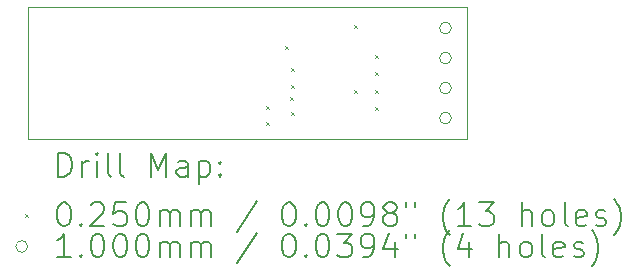
<source format=gbr>
%TF.GenerationSoftware,KiCad,Pcbnew,7.0.5*%
%TF.CreationDate,2023-11-23T16:42:47+08:00*%
%TF.ProjectId,0.87OLED_DevBoard,302e3837-4f4c-4454-945f-446576426f61,rev?*%
%TF.SameCoordinates,Original*%
%TF.FileFunction,Drillmap*%
%TF.FilePolarity,Positive*%
%FSLAX45Y45*%
G04 Gerber Fmt 4.5, Leading zero omitted, Abs format (unit mm)*
G04 Created by KiCad (PCBNEW 7.0.5) date 2023-11-23 16:42:47*
%MOMM*%
%LPD*%
G01*
G04 APERTURE LIST*
%ADD10C,0.100000*%
%ADD11C,0.200000*%
%ADD12C,0.025000*%
G04 APERTURE END LIST*
D10*
X6474000Y-5368000D02*
X10187000Y-5368000D01*
X10187000Y-6486000D01*
X6474000Y-6486000D01*
X6474000Y-5368000D01*
D11*
D12*
X8488500Y-6205500D02*
X8513500Y-6230500D01*
X8513500Y-6205500D02*
X8488500Y-6230500D01*
X8490500Y-6342500D02*
X8515500Y-6367500D01*
X8515500Y-6342500D02*
X8490500Y-6367500D01*
X8652500Y-5696500D02*
X8677500Y-5721500D01*
X8677500Y-5696500D02*
X8652500Y-5721500D01*
X8694500Y-6130500D02*
X8719500Y-6155500D01*
X8719500Y-6130500D02*
X8694500Y-6155500D01*
X8696500Y-6024500D02*
X8721500Y-6049500D01*
X8721500Y-6024500D02*
X8696500Y-6049500D01*
X8696500Y-6257500D02*
X8721500Y-6282500D01*
X8721500Y-6257500D02*
X8696500Y-6282500D01*
X8702500Y-5884500D02*
X8727500Y-5909500D01*
X8727500Y-5884500D02*
X8702500Y-5909500D01*
X9232500Y-6073500D02*
X9257500Y-6098500D01*
X9257500Y-6073500D02*
X9232500Y-6098500D01*
X9233500Y-5518500D02*
X9258500Y-5543500D01*
X9258500Y-5518500D02*
X9233500Y-5543500D01*
X9407500Y-5774500D02*
X9432500Y-5799500D01*
X9432500Y-5774500D02*
X9407500Y-5799500D01*
X9407500Y-6067500D02*
X9432500Y-6092500D01*
X9432500Y-6067500D02*
X9407500Y-6092500D01*
X9408500Y-5920500D02*
X9433500Y-5945500D01*
X9433500Y-5920500D02*
X9408500Y-5945500D01*
X9414500Y-6214500D02*
X9439500Y-6239500D01*
X9439500Y-6214500D02*
X9414500Y-6239500D01*
D10*
X10057000Y-5545800D02*
G75*
G03*
X10057000Y-5545800I-50000J0D01*
G01*
X10057000Y-5799800D02*
G75*
G03*
X10057000Y-5799800I-50000J0D01*
G01*
X10057000Y-6053800D02*
G75*
G03*
X10057000Y-6053800I-50000J0D01*
G01*
X10057000Y-6307800D02*
G75*
G03*
X10057000Y-6307800I-50000J0D01*
G01*
D11*
X6729777Y-6802484D02*
X6729777Y-6602484D01*
X6729777Y-6602484D02*
X6777396Y-6602484D01*
X6777396Y-6602484D02*
X6805967Y-6612008D01*
X6805967Y-6612008D02*
X6825015Y-6631055D01*
X6825015Y-6631055D02*
X6834539Y-6650103D01*
X6834539Y-6650103D02*
X6844062Y-6688198D01*
X6844062Y-6688198D02*
X6844062Y-6716769D01*
X6844062Y-6716769D02*
X6834539Y-6754865D01*
X6834539Y-6754865D02*
X6825015Y-6773912D01*
X6825015Y-6773912D02*
X6805967Y-6792960D01*
X6805967Y-6792960D02*
X6777396Y-6802484D01*
X6777396Y-6802484D02*
X6729777Y-6802484D01*
X6929777Y-6802484D02*
X6929777Y-6669150D01*
X6929777Y-6707246D02*
X6939301Y-6688198D01*
X6939301Y-6688198D02*
X6948824Y-6678674D01*
X6948824Y-6678674D02*
X6967872Y-6669150D01*
X6967872Y-6669150D02*
X6986920Y-6669150D01*
X7053586Y-6802484D02*
X7053586Y-6669150D01*
X7053586Y-6602484D02*
X7044062Y-6612008D01*
X7044062Y-6612008D02*
X7053586Y-6621531D01*
X7053586Y-6621531D02*
X7063110Y-6612008D01*
X7063110Y-6612008D02*
X7053586Y-6602484D01*
X7053586Y-6602484D02*
X7053586Y-6621531D01*
X7177396Y-6802484D02*
X7158348Y-6792960D01*
X7158348Y-6792960D02*
X7148824Y-6773912D01*
X7148824Y-6773912D02*
X7148824Y-6602484D01*
X7282158Y-6802484D02*
X7263110Y-6792960D01*
X7263110Y-6792960D02*
X7253586Y-6773912D01*
X7253586Y-6773912D02*
X7253586Y-6602484D01*
X7510729Y-6802484D02*
X7510729Y-6602484D01*
X7510729Y-6602484D02*
X7577396Y-6745341D01*
X7577396Y-6745341D02*
X7644062Y-6602484D01*
X7644062Y-6602484D02*
X7644062Y-6802484D01*
X7825015Y-6802484D02*
X7825015Y-6697722D01*
X7825015Y-6697722D02*
X7815491Y-6678674D01*
X7815491Y-6678674D02*
X7796443Y-6669150D01*
X7796443Y-6669150D02*
X7758348Y-6669150D01*
X7758348Y-6669150D02*
X7739301Y-6678674D01*
X7825015Y-6792960D02*
X7805967Y-6802484D01*
X7805967Y-6802484D02*
X7758348Y-6802484D01*
X7758348Y-6802484D02*
X7739301Y-6792960D01*
X7739301Y-6792960D02*
X7729777Y-6773912D01*
X7729777Y-6773912D02*
X7729777Y-6754865D01*
X7729777Y-6754865D02*
X7739301Y-6735817D01*
X7739301Y-6735817D02*
X7758348Y-6726293D01*
X7758348Y-6726293D02*
X7805967Y-6726293D01*
X7805967Y-6726293D02*
X7825015Y-6716769D01*
X7920253Y-6669150D02*
X7920253Y-6869150D01*
X7920253Y-6678674D02*
X7939301Y-6669150D01*
X7939301Y-6669150D02*
X7977396Y-6669150D01*
X7977396Y-6669150D02*
X7996443Y-6678674D01*
X7996443Y-6678674D02*
X8005967Y-6688198D01*
X8005967Y-6688198D02*
X8015491Y-6707246D01*
X8015491Y-6707246D02*
X8015491Y-6764388D01*
X8015491Y-6764388D02*
X8005967Y-6783436D01*
X8005967Y-6783436D02*
X7996443Y-6792960D01*
X7996443Y-6792960D02*
X7977396Y-6802484D01*
X7977396Y-6802484D02*
X7939301Y-6802484D01*
X7939301Y-6802484D02*
X7920253Y-6792960D01*
X8101205Y-6783436D02*
X8110729Y-6792960D01*
X8110729Y-6792960D02*
X8101205Y-6802484D01*
X8101205Y-6802484D02*
X8091682Y-6792960D01*
X8091682Y-6792960D02*
X8101205Y-6783436D01*
X8101205Y-6783436D02*
X8101205Y-6802484D01*
X8101205Y-6678674D02*
X8110729Y-6688198D01*
X8110729Y-6688198D02*
X8101205Y-6697722D01*
X8101205Y-6697722D02*
X8091682Y-6688198D01*
X8091682Y-6688198D02*
X8101205Y-6678674D01*
X8101205Y-6678674D02*
X8101205Y-6697722D01*
D12*
X6444000Y-7118500D02*
X6469000Y-7143500D01*
X6469000Y-7118500D02*
X6444000Y-7143500D01*
D11*
X6767872Y-7022484D02*
X6786920Y-7022484D01*
X6786920Y-7022484D02*
X6805967Y-7032008D01*
X6805967Y-7032008D02*
X6815491Y-7041531D01*
X6815491Y-7041531D02*
X6825015Y-7060579D01*
X6825015Y-7060579D02*
X6834539Y-7098674D01*
X6834539Y-7098674D02*
X6834539Y-7146293D01*
X6834539Y-7146293D02*
X6825015Y-7184388D01*
X6825015Y-7184388D02*
X6815491Y-7203436D01*
X6815491Y-7203436D02*
X6805967Y-7212960D01*
X6805967Y-7212960D02*
X6786920Y-7222484D01*
X6786920Y-7222484D02*
X6767872Y-7222484D01*
X6767872Y-7222484D02*
X6748824Y-7212960D01*
X6748824Y-7212960D02*
X6739301Y-7203436D01*
X6739301Y-7203436D02*
X6729777Y-7184388D01*
X6729777Y-7184388D02*
X6720253Y-7146293D01*
X6720253Y-7146293D02*
X6720253Y-7098674D01*
X6720253Y-7098674D02*
X6729777Y-7060579D01*
X6729777Y-7060579D02*
X6739301Y-7041531D01*
X6739301Y-7041531D02*
X6748824Y-7032008D01*
X6748824Y-7032008D02*
X6767872Y-7022484D01*
X6920253Y-7203436D02*
X6929777Y-7212960D01*
X6929777Y-7212960D02*
X6920253Y-7222484D01*
X6920253Y-7222484D02*
X6910729Y-7212960D01*
X6910729Y-7212960D02*
X6920253Y-7203436D01*
X6920253Y-7203436D02*
X6920253Y-7222484D01*
X7005967Y-7041531D02*
X7015491Y-7032008D01*
X7015491Y-7032008D02*
X7034539Y-7022484D01*
X7034539Y-7022484D02*
X7082158Y-7022484D01*
X7082158Y-7022484D02*
X7101205Y-7032008D01*
X7101205Y-7032008D02*
X7110729Y-7041531D01*
X7110729Y-7041531D02*
X7120253Y-7060579D01*
X7120253Y-7060579D02*
X7120253Y-7079627D01*
X7120253Y-7079627D02*
X7110729Y-7108198D01*
X7110729Y-7108198D02*
X6996443Y-7222484D01*
X6996443Y-7222484D02*
X7120253Y-7222484D01*
X7301205Y-7022484D02*
X7205967Y-7022484D01*
X7205967Y-7022484D02*
X7196443Y-7117722D01*
X7196443Y-7117722D02*
X7205967Y-7108198D01*
X7205967Y-7108198D02*
X7225015Y-7098674D01*
X7225015Y-7098674D02*
X7272634Y-7098674D01*
X7272634Y-7098674D02*
X7291682Y-7108198D01*
X7291682Y-7108198D02*
X7301205Y-7117722D01*
X7301205Y-7117722D02*
X7310729Y-7136769D01*
X7310729Y-7136769D02*
X7310729Y-7184388D01*
X7310729Y-7184388D02*
X7301205Y-7203436D01*
X7301205Y-7203436D02*
X7291682Y-7212960D01*
X7291682Y-7212960D02*
X7272634Y-7222484D01*
X7272634Y-7222484D02*
X7225015Y-7222484D01*
X7225015Y-7222484D02*
X7205967Y-7212960D01*
X7205967Y-7212960D02*
X7196443Y-7203436D01*
X7434539Y-7022484D02*
X7453586Y-7022484D01*
X7453586Y-7022484D02*
X7472634Y-7032008D01*
X7472634Y-7032008D02*
X7482158Y-7041531D01*
X7482158Y-7041531D02*
X7491682Y-7060579D01*
X7491682Y-7060579D02*
X7501205Y-7098674D01*
X7501205Y-7098674D02*
X7501205Y-7146293D01*
X7501205Y-7146293D02*
X7491682Y-7184388D01*
X7491682Y-7184388D02*
X7482158Y-7203436D01*
X7482158Y-7203436D02*
X7472634Y-7212960D01*
X7472634Y-7212960D02*
X7453586Y-7222484D01*
X7453586Y-7222484D02*
X7434539Y-7222484D01*
X7434539Y-7222484D02*
X7415491Y-7212960D01*
X7415491Y-7212960D02*
X7405967Y-7203436D01*
X7405967Y-7203436D02*
X7396443Y-7184388D01*
X7396443Y-7184388D02*
X7386920Y-7146293D01*
X7386920Y-7146293D02*
X7386920Y-7098674D01*
X7386920Y-7098674D02*
X7396443Y-7060579D01*
X7396443Y-7060579D02*
X7405967Y-7041531D01*
X7405967Y-7041531D02*
X7415491Y-7032008D01*
X7415491Y-7032008D02*
X7434539Y-7022484D01*
X7586920Y-7222484D02*
X7586920Y-7089150D01*
X7586920Y-7108198D02*
X7596443Y-7098674D01*
X7596443Y-7098674D02*
X7615491Y-7089150D01*
X7615491Y-7089150D02*
X7644063Y-7089150D01*
X7644063Y-7089150D02*
X7663110Y-7098674D01*
X7663110Y-7098674D02*
X7672634Y-7117722D01*
X7672634Y-7117722D02*
X7672634Y-7222484D01*
X7672634Y-7117722D02*
X7682158Y-7098674D01*
X7682158Y-7098674D02*
X7701205Y-7089150D01*
X7701205Y-7089150D02*
X7729777Y-7089150D01*
X7729777Y-7089150D02*
X7748824Y-7098674D01*
X7748824Y-7098674D02*
X7758348Y-7117722D01*
X7758348Y-7117722D02*
X7758348Y-7222484D01*
X7853586Y-7222484D02*
X7853586Y-7089150D01*
X7853586Y-7108198D02*
X7863110Y-7098674D01*
X7863110Y-7098674D02*
X7882158Y-7089150D01*
X7882158Y-7089150D02*
X7910729Y-7089150D01*
X7910729Y-7089150D02*
X7929777Y-7098674D01*
X7929777Y-7098674D02*
X7939301Y-7117722D01*
X7939301Y-7117722D02*
X7939301Y-7222484D01*
X7939301Y-7117722D02*
X7948824Y-7098674D01*
X7948824Y-7098674D02*
X7967872Y-7089150D01*
X7967872Y-7089150D02*
X7996443Y-7089150D01*
X7996443Y-7089150D02*
X8015491Y-7098674D01*
X8015491Y-7098674D02*
X8025015Y-7117722D01*
X8025015Y-7117722D02*
X8025015Y-7222484D01*
X8415491Y-7012960D02*
X8244063Y-7270103D01*
X8672634Y-7022484D02*
X8691682Y-7022484D01*
X8691682Y-7022484D02*
X8710729Y-7032008D01*
X8710729Y-7032008D02*
X8720253Y-7041531D01*
X8720253Y-7041531D02*
X8729777Y-7060579D01*
X8729777Y-7060579D02*
X8739301Y-7098674D01*
X8739301Y-7098674D02*
X8739301Y-7146293D01*
X8739301Y-7146293D02*
X8729777Y-7184388D01*
X8729777Y-7184388D02*
X8720253Y-7203436D01*
X8720253Y-7203436D02*
X8710729Y-7212960D01*
X8710729Y-7212960D02*
X8691682Y-7222484D01*
X8691682Y-7222484D02*
X8672634Y-7222484D01*
X8672634Y-7222484D02*
X8653587Y-7212960D01*
X8653587Y-7212960D02*
X8644063Y-7203436D01*
X8644063Y-7203436D02*
X8634539Y-7184388D01*
X8634539Y-7184388D02*
X8625015Y-7146293D01*
X8625015Y-7146293D02*
X8625015Y-7098674D01*
X8625015Y-7098674D02*
X8634539Y-7060579D01*
X8634539Y-7060579D02*
X8644063Y-7041531D01*
X8644063Y-7041531D02*
X8653587Y-7032008D01*
X8653587Y-7032008D02*
X8672634Y-7022484D01*
X8825015Y-7203436D02*
X8834539Y-7212960D01*
X8834539Y-7212960D02*
X8825015Y-7222484D01*
X8825015Y-7222484D02*
X8815491Y-7212960D01*
X8815491Y-7212960D02*
X8825015Y-7203436D01*
X8825015Y-7203436D02*
X8825015Y-7222484D01*
X8958348Y-7022484D02*
X8977396Y-7022484D01*
X8977396Y-7022484D02*
X8996444Y-7032008D01*
X8996444Y-7032008D02*
X9005968Y-7041531D01*
X9005968Y-7041531D02*
X9015491Y-7060579D01*
X9015491Y-7060579D02*
X9025015Y-7098674D01*
X9025015Y-7098674D02*
X9025015Y-7146293D01*
X9025015Y-7146293D02*
X9015491Y-7184388D01*
X9015491Y-7184388D02*
X9005968Y-7203436D01*
X9005968Y-7203436D02*
X8996444Y-7212960D01*
X8996444Y-7212960D02*
X8977396Y-7222484D01*
X8977396Y-7222484D02*
X8958348Y-7222484D01*
X8958348Y-7222484D02*
X8939301Y-7212960D01*
X8939301Y-7212960D02*
X8929777Y-7203436D01*
X8929777Y-7203436D02*
X8920253Y-7184388D01*
X8920253Y-7184388D02*
X8910729Y-7146293D01*
X8910729Y-7146293D02*
X8910729Y-7098674D01*
X8910729Y-7098674D02*
X8920253Y-7060579D01*
X8920253Y-7060579D02*
X8929777Y-7041531D01*
X8929777Y-7041531D02*
X8939301Y-7032008D01*
X8939301Y-7032008D02*
X8958348Y-7022484D01*
X9148825Y-7022484D02*
X9167872Y-7022484D01*
X9167872Y-7022484D02*
X9186920Y-7032008D01*
X9186920Y-7032008D02*
X9196444Y-7041531D01*
X9196444Y-7041531D02*
X9205968Y-7060579D01*
X9205968Y-7060579D02*
X9215491Y-7098674D01*
X9215491Y-7098674D02*
X9215491Y-7146293D01*
X9215491Y-7146293D02*
X9205968Y-7184388D01*
X9205968Y-7184388D02*
X9196444Y-7203436D01*
X9196444Y-7203436D02*
X9186920Y-7212960D01*
X9186920Y-7212960D02*
X9167872Y-7222484D01*
X9167872Y-7222484D02*
X9148825Y-7222484D01*
X9148825Y-7222484D02*
X9129777Y-7212960D01*
X9129777Y-7212960D02*
X9120253Y-7203436D01*
X9120253Y-7203436D02*
X9110729Y-7184388D01*
X9110729Y-7184388D02*
X9101206Y-7146293D01*
X9101206Y-7146293D02*
X9101206Y-7098674D01*
X9101206Y-7098674D02*
X9110729Y-7060579D01*
X9110729Y-7060579D02*
X9120253Y-7041531D01*
X9120253Y-7041531D02*
X9129777Y-7032008D01*
X9129777Y-7032008D02*
X9148825Y-7022484D01*
X9310729Y-7222484D02*
X9348825Y-7222484D01*
X9348825Y-7222484D02*
X9367872Y-7212960D01*
X9367872Y-7212960D02*
X9377396Y-7203436D01*
X9377396Y-7203436D02*
X9396444Y-7174865D01*
X9396444Y-7174865D02*
X9405968Y-7136769D01*
X9405968Y-7136769D02*
X9405968Y-7060579D01*
X9405968Y-7060579D02*
X9396444Y-7041531D01*
X9396444Y-7041531D02*
X9386920Y-7032008D01*
X9386920Y-7032008D02*
X9367872Y-7022484D01*
X9367872Y-7022484D02*
X9329777Y-7022484D01*
X9329777Y-7022484D02*
X9310729Y-7032008D01*
X9310729Y-7032008D02*
X9301206Y-7041531D01*
X9301206Y-7041531D02*
X9291682Y-7060579D01*
X9291682Y-7060579D02*
X9291682Y-7108198D01*
X9291682Y-7108198D02*
X9301206Y-7127246D01*
X9301206Y-7127246D02*
X9310729Y-7136769D01*
X9310729Y-7136769D02*
X9329777Y-7146293D01*
X9329777Y-7146293D02*
X9367872Y-7146293D01*
X9367872Y-7146293D02*
X9386920Y-7136769D01*
X9386920Y-7136769D02*
X9396444Y-7127246D01*
X9396444Y-7127246D02*
X9405968Y-7108198D01*
X9520253Y-7108198D02*
X9501206Y-7098674D01*
X9501206Y-7098674D02*
X9491682Y-7089150D01*
X9491682Y-7089150D02*
X9482158Y-7070103D01*
X9482158Y-7070103D02*
X9482158Y-7060579D01*
X9482158Y-7060579D02*
X9491682Y-7041531D01*
X9491682Y-7041531D02*
X9501206Y-7032008D01*
X9501206Y-7032008D02*
X9520253Y-7022484D01*
X9520253Y-7022484D02*
X9558349Y-7022484D01*
X9558349Y-7022484D02*
X9577396Y-7032008D01*
X9577396Y-7032008D02*
X9586920Y-7041531D01*
X9586920Y-7041531D02*
X9596444Y-7060579D01*
X9596444Y-7060579D02*
X9596444Y-7070103D01*
X9596444Y-7070103D02*
X9586920Y-7089150D01*
X9586920Y-7089150D02*
X9577396Y-7098674D01*
X9577396Y-7098674D02*
X9558349Y-7108198D01*
X9558349Y-7108198D02*
X9520253Y-7108198D01*
X9520253Y-7108198D02*
X9501206Y-7117722D01*
X9501206Y-7117722D02*
X9491682Y-7127246D01*
X9491682Y-7127246D02*
X9482158Y-7146293D01*
X9482158Y-7146293D02*
X9482158Y-7184388D01*
X9482158Y-7184388D02*
X9491682Y-7203436D01*
X9491682Y-7203436D02*
X9501206Y-7212960D01*
X9501206Y-7212960D02*
X9520253Y-7222484D01*
X9520253Y-7222484D02*
X9558349Y-7222484D01*
X9558349Y-7222484D02*
X9577396Y-7212960D01*
X9577396Y-7212960D02*
X9586920Y-7203436D01*
X9586920Y-7203436D02*
X9596444Y-7184388D01*
X9596444Y-7184388D02*
X9596444Y-7146293D01*
X9596444Y-7146293D02*
X9586920Y-7127246D01*
X9586920Y-7127246D02*
X9577396Y-7117722D01*
X9577396Y-7117722D02*
X9558349Y-7108198D01*
X9672634Y-7022484D02*
X9672634Y-7060579D01*
X9748825Y-7022484D02*
X9748825Y-7060579D01*
X10044063Y-7298674D02*
X10034539Y-7289150D01*
X10034539Y-7289150D02*
X10015491Y-7260579D01*
X10015491Y-7260579D02*
X10005968Y-7241531D01*
X10005968Y-7241531D02*
X9996444Y-7212960D01*
X9996444Y-7212960D02*
X9986920Y-7165341D01*
X9986920Y-7165341D02*
X9986920Y-7127246D01*
X9986920Y-7127246D02*
X9996444Y-7079627D01*
X9996444Y-7079627D02*
X10005968Y-7051055D01*
X10005968Y-7051055D02*
X10015491Y-7032008D01*
X10015491Y-7032008D02*
X10034539Y-7003436D01*
X10034539Y-7003436D02*
X10044063Y-6993912D01*
X10225015Y-7222484D02*
X10110730Y-7222484D01*
X10167872Y-7222484D02*
X10167872Y-7022484D01*
X10167872Y-7022484D02*
X10148825Y-7051055D01*
X10148825Y-7051055D02*
X10129777Y-7070103D01*
X10129777Y-7070103D02*
X10110730Y-7079627D01*
X10291682Y-7022484D02*
X10415491Y-7022484D01*
X10415491Y-7022484D02*
X10348825Y-7098674D01*
X10348825Y-7098674D02*
X10377396Y-7098674D01*
X10377396Y-7098674D02*
X10396444Y-7108198D01*
X10396444Y-7108198D02*
X10405968Y-7117722D01*
X10405968Y-7117722D02*
X10415491Y-7136769D01*
X10415491Y-7136769D02*
X10415491Y-7184388D01*
X10415491Y-7184388D02*
X10405968Y-7203436D01*
X10405968Y-7203436D02*
X10396444Y-7212960D01*
X10396444Y-7212960D02*
X10377396Y-7222484D01*
X10377396Y-7222484D02*
X10320253Y-7222484D01*
X10320253Y-7222484D02*
X10301206Y-7212960D01*
X10301206Y-7212960D02*
X10291682Y-7203436D01*
X10653587Y-7222484D02*
X10653587Y-7022484D01*
X10739301Y-7222484D02*
X10739301Y-7117722D01*
X10739301Y-7117722D02*
X10729777Y-7098674D01*
X10729777Y-7098674D02*
X10710730Y-7089150D01*
X10710730Y-7089150D02*
X10682158Y-7089150D01*
X10682158Y-7089150D02*
X10663111Y-7098674D01*
X10663111Y-7098674D02*
X10653587Y-7108198D01*
X10863111Y-7222484D02*
X10844063Y-7212960D01*
X10844063Y-7212960D02*
X10834539Y-7203436D01*
X10834539Y-7203436D02*
X10825015Y-7184388D01*
X10825015Y-7184388D02*
X10825015Y-7127246D01*
X10825015Y-7127246D02*
X10834539Y-7108198D01*
X10834539Y-7108198D02*
X10844063Y-7098674D01*
X10844063Y-7098674D02*
X10863111Y-7089150D01*
X10863111Y-7089150D02*
X10891682Y-7089150D01*
X10891682Y-7089150D02*
X10910730Y-7098674D01*
X10910730Y-7098674D02*
X10920253Y-7108198D01*
X10920253Y-7108198D02*
X10929777Y-7127246D01*
X10929777Y-7127246D02*
X10929777Y-7184388D01*
X10929777Y-7184388D02*
X10920253Y-7203436D01*
X10920253Y-7203436D02*
X10910730Y-7212960D01*
X10910730Y-7212960D02*
X10891682Y-7222484D01*
X10891682Y-7222484D02*
X10863111Y-7222484D01*
X11044063Y-7222484D02*
X11025015Y-7212960D01*
X11025015Y-7212960D02*
X11015492Y-7193912D01*
X11015492Y-7193912D02*
X11015492Y-7022484D01*
X11196444Y-7212960D02*
X11177396Y-7222484D01*
X11177396Y-7222484D02*
X11139301Y-7222484D01*
X11139301Y-7222484D02*
X11120253Y-7212960D01*
X11120253Y-7212960D02*
X11110730Y-7193912D01*
X11110730Y-7193912D02*
X11110730Y-7117722D01*
X11110730Y-7117722D02*
X11120253Y-7098674D01*
X11120253Y-7098674D02*
X11139301Y-7089150D01*
X11139301Y-7089150D02*
X11177396Y-7089150D01*
X11177396Y-7089150D02*
X11196444Y-7098674D01*
X11196444Y-7098674D02*
X11205968Y-7117722D01*
X11205968Y-7117722D02*
X11205968Y-7136769D01*
X11205968Y-7136769D02*
X11110730Y-7155817D01*
X11282158Y-7212960D02*
X11301206Y-7222484D01*
X11301206Y-7222484D02*
X11339301Y-7222484D01*
X11339301Y-7222484D02*
X11358349Y-7212960D01*
X11358349Y-7212960D02*
X11367872Y-7193912D01*
X11367872Y-7193912D02*
X11367872Y-7184388D01*
X11367872Y-7184388D02*
X11358349Y-7165341D01*
X11358349Y-7165341D02*
X11339301Y-7155817D01*
X11339301Y-7155817D02*
X11310730Y-7155817D01*
X11310730Y-7155817D02*
X11291682Y-7146293D01*
X11291682Y-7146293D02*
X11282158Y-7127246D01*
X11282158Y-7127246D02*
X11282158Y-7117722D01*
X11282158Y-7117722D02*
X11291682Y-7098674D01*
X11291682Y-7098674D02*
X11310730Y-7089150D01*
X11310730Y-7089150D02*
X11339301Y-7089150D01*
X11339301Y-7089150D02*
X11358349Y-7098674D01*
X11434539Y-7298674D02*
X11444063Y-7289150D01*
X11444063Y-7289150D02*
X11463111Y-7260579D01*
X11463111Y-7260579D02*
X11472634Y-7241531D01*
X11472634Y-7241531D02*
X11482158Y-7212960D01*
X11482158Y-7212960D02*
X11491682Y-7165341D01*
X11491682Y-7165341D02*
X11491682Y-7127246D01*
X11491682Y-7127246D02*
X11482158Y-7079627D01*
X11482158Y-7079627D02*
X11472634Y-7051055D01*
X11472634Y-7051055D02*
X11463111Y-7032008D01*
X11463111Y-7032008D02*
X11444063Y-7003436D01*
X11444063Y-7003436D02*
X11434539Y-6993912D01*
D10*
X6469000Y-7395000D02*
G75*
G03*
X6469000Y-7395000I-50000J0D01*
G01*
D11*
X6834539Y-7486484D02*
X6720253Y-7486484D01*
X6777396Y-7486484D02*
X6777396Y-7286484D01*
X6777396Y-7286484D02*
X6758348Y-7315055D01*
X6758348Y-7315055D02*
X6739301Y-7334103D01*
X6739301Y-7334103D02*
X6720253Y-7343627D01*
X6920253Y-7467436D02*
X6929777Y-7476960D01*
X6929777Y-7476960D02*
X6920253Y-7486484D01*
X6920253Y-7486484D02*
X6910729Y-7476960D01*
X6910729Y-7476960D02*
X6920253Y-7467436D01*
X6920253Y-7467436D02*
X6920253Y-7486484D01*
X7053586Y-7286484D02*
X7072634Y-7286484D01*
X7072634Y-7286484D02*
X7091682Y-7296008D01*
X7091682Y-7296008D02*
X7101205Y-7305531D01*
X7101205Y-7305531D02*
X7110729Y-7324579D01*
X7110729Y-7324579D02*
X7120253Y-7362674D01*
X7120253Y-7362674D02*
X7120253Y-7410293D01*
X7120253Y-7410293D02*
X7110729Y-7448388D01*
X7110729Y-7448388D02*
X7101205Y-7467436D01*
X7101205Y-7467436D02*
X7091682Y-7476960D01*
X7091682Y-7476960D02*
X7072634Y-7486484D01*
X7072634Y-7486484D02*
X7053586Y-7486484D01*
X7053586Y-7486484D02*
X7034539Y-7476960D01*
X7034539Y-7476960D02*
X7025015Y-7467436D01*
X7025015Y-7467436D02*
X7015491Y-7448388D01*
X7015491Y-7448388D02*
X7005967Y-7410293D01*
X7005967Y-7410293D02*
X7005967Y-7362674D01*
X7005967Y-7362674D02*
X7015491Y-7324579D01*
X7015491Y-7324579D02*
X7025015Y-7305531D01*
X7025015Y-7305531D02*
X7034539Y-7296008D01*
X7034539Y-7296008D02*
X7053586Y-7286484D01*
X7244062Y-7286484D02*
X7263110Y-7286484D01*
X7263110Y-7286484D02*
X7282158Y-7296008D01*
X7282158Y-7296008D02*
X7291682Y-7305531D01*
X7291682Y-7305531D02*
X7301205Y-7324579D01*
X7301205Y-7324579D02*
X7310729Y-7362674D01*
X7310729Y-7362674D02*
X7310729Y-7410293D01*
X7310729Y-7410293D02*
X7301205Y-7448388D01*
X7301205Y-7448388D02*
X7291682Y-7467436D01*
X7291682Y-7467436D02*
X7282158Y-7476960D01*
X7282158Y-7476960D02*
X7263110Y-7486484D01*
X7263110Y-7486484D02*
X7244062Y-7486484D01*
X7244062Y-7486484D02*
X7225015Y-7476960D01*
X7225015Y-7476960D02*
X7215491Y-7467436D01*
X7215491Y-7467436D02*
X7205967Y-7448388D01*
X7205967Y-7448388D02*
X7196443Y-7410293D01*
X7196443Y-7410293D02*
X7196443Y-7362674D01*
X7196443Y-7362674D02*
X7205967Y-7324579D01*
X7205967Y-7324579D02*
X7215491Y-7305531D01*
X7215491Y-7305531D02*
X7225015Y-7296008D01*
X7225015Y-7296008D02*
X7244062Y-7286484D01*
X7434539Y-7286484D02*
X7453586Y-7286484D01*
X7453586Y-7286484D02*
X7472634Y-7296008D01*
X7472634Y-7296008D02*
X7482158Y-7305531D01*
X7482158Y-7305531D02*
X7491682Y-7324579D01*
X7491682Y-7324579D02*
X7501205Y-7362674D01*
X7501205Y-7362674D02*
X7501205Y-7410293D01*
X7501205Y-7410293D02*
X7491682Y-7448388D01*
X7491682Y-7448388D02*
X7482158Y-7467436D01*
X7482158Y-7467436D02*
X7472634Y-7476960D01*
X7472634Y-7476960D02*
X7453586Y-7486484D01*
X7453586Y-7486484D02*
X7434539Y-7486484D01*
X7434539Y-7486484D02*
X7415491Y-7476960D01*
X7415491Y-7476960D02*
X7405967Y-7467436D01*
X7405967Y-7467436D02*
X7396443Y-7448388D01*
X7396443Y-7448388D02*
X7386920Y-7410293D01*
X7386920Y-7410293D02*
X7386920Y-7362674D01*
X7386920Y-7362674D02*
X7396443Y-7324579D01*
X7396443Y-7324579D02*
X7405967Y-7305531D01*
X7405967Y-7305531D02*
X7415491Y-7296008D01*
X7415491Y-7296008D02*
X7434539Y-7286484D01*
X7586920Y-7486484D02*
X7586920Y-7353150D01*
X7586920Y-7372198D02*
X7596443Y-7362674D01*
X7596443Y-7362674D02*
X7615491Y-7353150D01*
X7615491Y-7353150D02*
X7644063Y-7353150D01*
X7644063Y-7353150D02*
X7663110Y-7362674D01*
X7663110Y-7362674D02*
X7672634Y-7381722D01*
X7672634Y-7381722D02*
X7672634Y-7486484D01*
X7672634Y-7381722D02*
X7682158Y-7362674D01*
X7682158Y-7362674D02*
X7701205Y-7353150D01*
X7701205Y-7353150D02*
X7729777Y-7353150D01*
X7729777Y-7353150D02*
X7748824Y-7362674D01*
X7748824Y-7362674D02*
X7758348Y-7381722D01*
X7758348Y-7381722D02*
X7758348Y-7486484D01*
X7853586Y-7486484D02*
X7853586Y-7353150D01*
X7853586Y-7372198D02*
X7863110Y-7362674D01*
X7863110Y-7362674D02*
X7882158Y-7353150D01*
X7882158Y-7353150D02*
X7910729Y-7353150D01*
X7910729Y-7353150D02*
X7929777Y-7362674D01*
X7929777Y-7362674D02*
X7939301Y-7381722D01*
X7939301Y-7381722D02*
X7939301Y-7486484D01*
X7939301Y-7381722D02*
X7948824Y-7362674D01*
X7948824Y-7362674D02*
X7967872Y-7353150D01*
X7967872Y-7353150D02*
X7996443Y-7353150D01*
X7996443Y-7353150D02*
X8015491Y-7362674D01*
X8015491Y-7362674D02*
X8025015Y-7381722D01*
X8025015Y-7381722D02*
X8025015Y-7486484D01*
X8415491Y-7276960D02*
X8244063Y-7534103D01*
X8672634Y-7286484D02*
X8691682Y-7286484D01*
X8691682Y-7286484D02*
X8710729Y-7296008D01*
X8710729Y-7296008D02*
X8720253Y-7305531D01*
X8720253Y-7305531D02*
X8729777Y-7324579D01*
X8729777Y-7324579D02*
X8739301Y-7362674D01*
X8739301Y-7362674D02*
X8739301Y-7410293D01*
X8739301Y-7410293D02*
X8729777Y-7448388D01*
X8729777Y-7448388D02*
X8720253Y-7467436D01*
X8720253Y-7467436D02*
X8710729Y-7476960D01*
X8710729Y-7476960D02*
X8691682Y-7486484D01*
X8691682Y-7486484D02*
X8672634Y-7486484D01*
X8672634Y-7486484D02*
X8653587Y-7476960D01*
X8653587Y-7476960D02*
X8644063Y-7467436D01*
X8644063Y-7467436D02*
X8634539Y-7448388D01*
X8634539Y-7448388D02*
X8625015Y-7410293D01*
X8625015Y-7410293D02*
X8625015Y-7362674D01*
X8625015Y-7362674D02*
X8634539Y-7324579D01*
X8634539Y-7324579D02*
X8644063Y-7305531D01*
X8644063Y-7305531D02*
X8653587Y-7296008D01*
X8653587Y-7296008D02*
X8672634Y-7286484D01*
X8825015Y-7467436D02*
X8834539Y-7476960D01*
X8834539Y-7476960D02*
X8825015Y-7486484D01*
X8825015Y-7486484D02*
X8815491Y-7476960D01*
X8815491Y-7476960D02*
X8825015Y-7467436D01*
X8825015Y-7467436D02*
X8825015Y-7486484D01*
X8958348Y-7286484D02*
X8977396Y-7286484D01*
X8977396Y-7286484D02*
X8996444Y-7296008D01*
X8996444Y-7296008D02*
X9005968Y-7305531D01*
X9005968Y-7305531D02*
X9015491Y-7324579D01*
X9015491Y-7324579D02*
X9025015Y-7362674D01*
X9025015Y-7362674D02*
X9025015Y-7410293D01*
X9025015Y-7410293D02*
X9015491Y-7448388D01*
X9015491Y-7448388D02*
X9005968Y-7467436D01*
X9005968Y-7467436D02*
X8996444Y-7476960D01*
X8996444Y-7476960D02*
X8977396Y-7486484D01*
X8977396Y-7486484D02*
X8958348Y-7486484D01*
X8958348Y-7486484D02*
X8939301Y-7476960D01*
X8939301Y-7476960D02*
X8929777Y-7467436D01*
X8929777Y-7467436D02*
X8920253Y-7448388D01*
X8920253Y-7448388D02*
X8910729Y-7410293D01*
X8910729Y-7410293D02*
X8910729Y-7362674D01*
X8910729Y-7362674D02*
X8920253Y-7324579D01*
X8920253Y-7324579D02*
X8929777Y-7305531D01*
X8929777Y-7305531D02*
X8939301Y-7296008D01*
X8939301Y-7296008D02*
X8958348Y-7286484D01*
X9091682Y-7286484D02*
X9215491Y-7286484D01*
X9215491Y-7286484D02*
X9148825Y-7362674D01*
X9148825Y-7362674D02*
X9177396Y-7362674D01*
X9177396Y-7362674D02*
X9196444Y-7372198D01*
X9196444Y-7372198D02*
X9205968Y-7381722D01*
X9205968Y-7381722D02*
X9215491Y-7400769D01*
X9215491Y-7400769D02*
X9215491Y-7448388D01*
X9215491Y-7448388D02*
X9205968Y-7467436D01*
X9205968Y-7467436D02*
X9196444Y-7476960D01*
X9196444Y-7476960D02*
X9177396Y-7486484D01*
X9177396Y-7486484D02*
X9120253Y-7486484D01*
X9120253Y-7486484D02*
X9101206Y-7476960D01*
X9101206Y-7476960D02*
X9091682Y-7467436D01*
X9310729Y-7486484D02*
X9348825Y-7486484D01*
X9348825Y-7486484D02*
X9367872Y-7476960D01*
X9367872Y-7476960D02*
X9377396Y-7467436D01*
X9377396Y-7467436D02*
X9396444Y-7438865D01*
X9396444Y-7438865D02*
X9405968Y-7400769D01*
X9405968Y-7400769D02*
X9405968Y-7324579D01*
X9405968Y-7324579D02*
X9396444Y-7305531D01*
X9396444Y-7305531D02*
X9386920Y-7296008D01*
X9386920Y-7296008D02*
X9367872Y-7286484D01*
X9367872Y-7286484D02*
X9329777Y-7286484D01*
X9329777Y-7286484D02*
X9310729Y-7296008D01*
X9310729Y-7296008D02*
X9301206Y-7305531D01*
X9301206Y-7305531D02*
X9291682Y-7324579D01*
X9291682Y-7324579D02*
X9291682Y-7372198D01*
X9291682Y-7372198D02*
X9301206Y-7391246D01*
X9301206Y-7391246D02*
X9310729Y-7400769D01*
X9310729Y-7400769D02*
X9329777Y-7410293D01*
X9329777Y-7410293D02*
X9367872Y-7410293D01*
X9367872Y-7410293D02*
X9386920Y-7400769D01*
X9386920Y-7400769D02*
X9396444Y-7391246D01*
X9396444Y-7391246D02*
X9405968Y-7372198D01*
X9577396Y-7353150D02*
X9577396Y-7486484D01*
X9529777Y-7276960D02*
X9482158Y-7419817D01*
X9482158Y-7419817D02*
X9605968Y-7419817D01*
X9672634Y-7286484D02*
X9672634Y-7324579D01*
X9748825Y-7286484D02*
X9748825Y-7324579D01*
X10044063Y-7562674D02*
X10034539Y-7553150D01*
X10034539Y-7553150D02*
X10015491Y-7524579D01*
X10015491Y-7524579D02*
X10005968Y-7505531D01*
X10005968Y-7505531D02*
X9996444Y-7476960D01*
X9996444Y-7476960D02*
X9986920Y-7429341D01*
X9986920Y-7429341D02*
X9986920Y-7391246D01*
X9986920Y-7391246D02*
X9996444Y-7343627D01*
X9996444Y-7343627D02*
X10005968Y-7315055D01*
X10005968Y-7315055D02*
X10015491Y-7296008D01*
X10015491Y-7296008D02*
X10034539Y-7267436D01*
X10034539Y-7267436D02*
X10044063Y-7257912D01*
X10205968Y-7353150D02*
X10205968Y-7486484D01*
X10158349Y-7276960D02*
X10110730Y-7419817D01*
X10110730Y-7419817D02*
X10234539Y-7419817D01*
X10463111Y-7486484D02*
X10463111Y-7286484D01*
X10548825Y-7486484D02*
X10548825Y-7381722D01*
X10548825Y-7381722D02*
X10539301Y-7362674D01*
X10539301Y-7362674D02*
X10520253Y-7353150D01*
X10520253Y-7353150D02*
X10491682Y-7353150D01*
X10491682Y-7353150D02*
X10472634Y-7362674D01*
X10472634Y-7362674D02*
X10463111Y-7372198D01*
X10672634Y-7486484D02*
X10653587Y-7476960D01*
X10653587Y-7476960D02*
X10644063Y-7467436D01*
X10644063Y-7467436D02*
X10634539Y-7448388D01*
X10634539Y-7448388D02*
X10634539Y-7391246D01*
X10634539Y-7391246D02*
X10644063Y-7372198D01*
X10644063Y-7372198D02*
X10653587Y-7362674D01*
X10653587Y-7362674D02*
X10672634Y-7353150D01*
X10672634Y-7353150D02*
X10701206Y-7353150D01*
X10701206Y-7353150D02*
X10720253Y-7362674D01*
X10720253Y-7362674D02*
X10729777Y-7372198D01*
X10729777Y-7372198D02*
X10739301Y-7391246D01*
X10739301Y-7391246D02*
X10739301Y-7448388D01*
X10739301Y-7448388D02*
X10729777Y-7467436D01*
X10729777Y-7467436D02*
X10720253Y-7476960D01*
X10720253Y-7476960D02*
X10701206Y-7486484D01*
X10701206Y-7486484D02*
X10672634Y-7486484D01*
X10853587Y-7486484D02*
X10834539Y-7476960D01*
X10834539Y-7476960D02*
X10825015Y-7457912D01*
X10825015Y-7457912D02*
X10825015Y-7286484D01*
X11005968Y-7476960D02*
X10986920Y-7486484D01*
X10986920Y-7486484D02*
X10948825Y-7486484D01*
X10948825Y-7486484D02*
X10929777Y-7476960D01*
X10929777Y-7476960D02*
X10920253Y-7457912D01*
X10920253Y-7457912D02*
X10920253Y-7381722D01*
X10920253Y-7381722D02*
X10929777Y-7362674D01*
X10929777Y-7362674D02*
X10948825Y-7353150D01*
X10948825Y-7353150D02*
X10986920Y-7353150D01*
X10986920Y-7353150D02*
X11005968Y-7362674D01*
X11005968Y-7362674D02*
X11015492Y-7381722D01*
X11015492Y-7381722D02*
X11015492Y-7400769D01*
X11015492Y-7400769D02*
X10920253Y-7419817D01*
X11091682Y-7476960D02*
X11110730Y-7486484D01*
X11110730Y-7486484D02*
X11148825Y-7486484D01*
X11148825Y-7486484D02*
X11167873Y-7476960D01*
X11167873Y-7476960D02*
X11177396Y-7457912D01*
X11177396Y-7457912D02*
X11177396Y-7448388D01*
X11177396Y-7448388D02*
X11167873Y-7429341D01*
X11167873Y-7429341D02*
X11148825Y-7419817D01*
X11148825Y-7419817D02*
X11120253Y-7419817D01*
X11120253Y-7419817D02*
X11101206Y-7410293D01*
X11101206Y-7410293D02*
X11091682Y-7391246D01*
X11091682Y-7391246D02*
X11091682Y-7381722D01*
X11091682Y-7381722D02*
X11101206Y-7362674D01*
X11101206Y-7362674D02*
X11120253Y-7353150D01*
X11120253Y-7353150D02*
X11148825Y-7353150D01*
X11148825Y-7353150D02*
X11167873Y-7362674D01*
X11244063Y-7562674D02*
X11253587Y-7553150D01*
X11253587Y-7553150D02*
X11272634Y-7524579D01*
X11272634Y-7524579D02*
X11282158Y-7505531D01*
X11282158Y-7505531D02*
X11291682Y-7476960D01*
X11291682Y-7476960D02*
X11301206Y-7429341D01*
X11301206Y-7429341D02*
X11301206Y-7391246D01*
X11301206Y-7391246D02*
X11291682Y-7343627D01*
X11291682Y-7343627D02*
X11282158Y-7315055D01*
X11282158Y-7315055D02*
X11272634Y-7296008D01*
X11272634Y-7296008D02*
X11253587Y-7267436D01*
X11253587Y-7267436D02*
X11244063Y-7257912D01*
M02*

</source>
